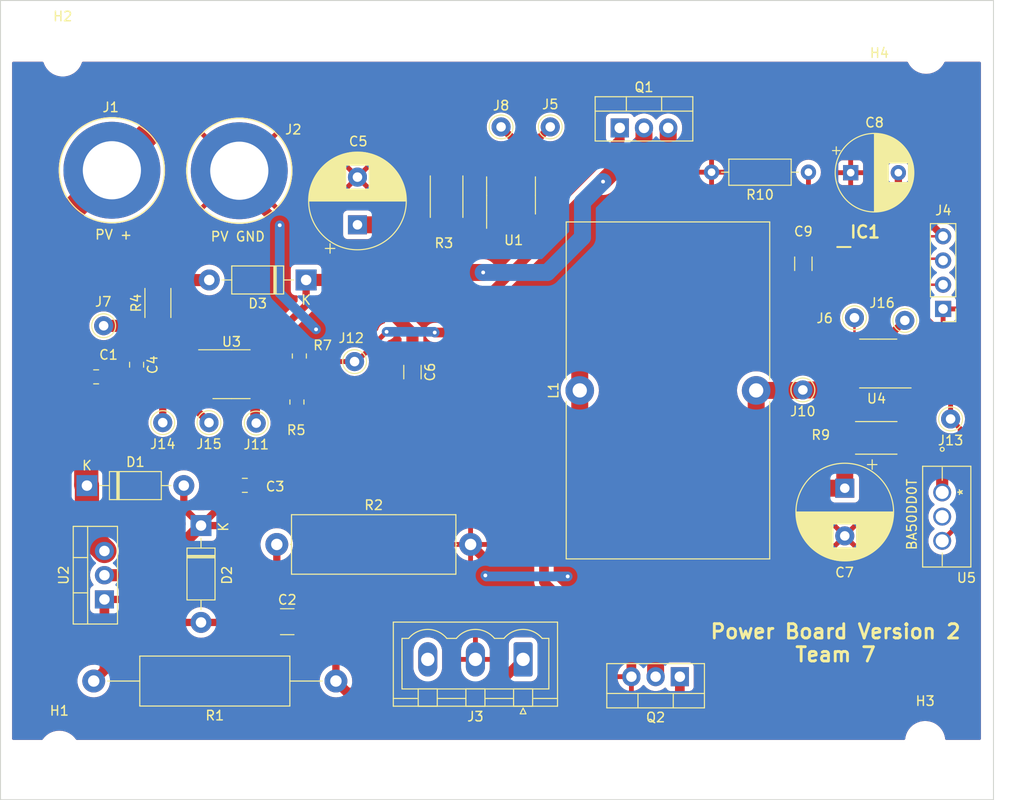
<source format=kicad_pcb>
(kicad_pcb (version 20211014) (generator pcbnew)
  (layers (0 "F.Cu" signal) (31 "B.Cu" signal) (34 "B.Paste" user) (35 "F.Paste" user) (36 "B.SilkS" user "B.Silkscreen") (37 "F.SilkS" user "F.Silkscreen") (38 "B.Mask" user) (39 "F.Mask" user) (44 "Edge.Cuts" user))
  (net 0 "")
  (net 1 "/PV_input")
  (net 2 "GND")
  (net 3 "Net-(C2-Pad1)")
  (net 4 "Net-(C3-Pad1)")
  (net 5 "Net-(C5-Pad1)")
  (net 6 "Net-(C6-Pad1)")
  (net 7 "Net-(C6-Pad2)")
  (net 8 "/E_storage")
  (net 9 "Net-(C8-Pad2)")
  (net 10 "/Batt_out")
  (net 11 "Net-(IC1-Pad6)")
  (net 12 "Net-(IC1-Pad7)")
  (net 13 "Net-(IC1-Pad2)")
  (net 14 "/GATE_DRIVER")
  (net 15 "/GATE_DRIVER2")
  (net 16 "/MCU_5V")
  (net 18 "/PWM_1")
  (net 19 "/PWM_2")
  (net 20 "Net-(L1-Pad1)")
  (net 21 "Net-(C4-Pad1)")
  (net 23 "Net-(J5-Pad1)")
  (net 24 "Net-(J6-Pad1)")
  (net 25 "Net-(R4-Pad2)")
  (net 26 "/MCU_5V_2")
  (net 27 "Net-(R9-Pad2)")
  (footprint "Resistor_THT:R_Axial_DIN0207_L6.3mm_D2.5mm_P10.16mm_Horizontal" (layer "F.Cu") (at 136.8552 95.4024 180)
    (fp_text reference "R10" (at 5.08 -2.37) (layer "F.SilkS"))
    (fp_text value "20k")
    (pad "1" thru_hole circle (at 0 0 180) (size 1.6 1.6) (drill 0.8) (layers *.Cu *.Mask) (net 13 "Net-(IC1-Pad2)"))
    (pad "2" thru_hole oval (at 10.16 0 180) (size 1.6 1.6) (drill 0.8) (layers *.Cu *.Mask) (net 2 "GND"))
  )
  (footprint "Capacitor_SMD:C_1206_3216Metric_Pad1.33x1.80mm_HandSolder" (layer "F.Cu") (at 136.3218 105.0036 -90)
    (fp_text reference "C9" (at -3.3782 0) (layer "F.SilkS"))
    (fp_text value "0.1uF")
    (pad "1" smd roundrect (at -1.5625 0 270) (size 1.325 1.8) (layers "F.Cu" "F.Paste" "F.Mask") (roundrect_rratio 0.188679) (net 10 "/Batt_out"))
    (pad "2" smd roundrect (at 1.5625 0 270) (size 1.325 1.8) (layers "F.Cu" "F.Paste" "F.Mask") (roundrect_rratio 0.188679) (net 2 "GND"))
  )
  (footprint "Resistor_SMD:R_2512_6332Metric_Pad1.40x3.35mm_HandSolder" (layer "F.Cu") (at 143.9672 123.2662)
    (fp_text reference "R9" (at -5.8166 -0.3048) (layer "F.SilkS"))
    (fp_text value "1.5m")
    (pad "1" smd roundrect (at -3.05 0) (size 1.4 3.35) (layers "F.Cu" "F.Paste" "F.Mask") (roundrect_rratio 0.178571) (net 8 "/E_storage"))
    (pad "2" smd roundrect (at 3.05 0) (size 1.4 3.35) (layers "F.Cu" "F.Paste" "F.Mask") (roundrect_rratio 0.178571) (net 27 "Net-(R9-Pad2)"))
  )
  (footprint "Capacitor_SMD:C_0805_2012Metric_Pad1.18x1.45mm_HandSolder" (layer "F.Cu") (at 66.3956 115.5954 -90)
    (fp_text reference "C4" (at 0 -1.68 -90) (layer "F.SilkS"))
    (fp_text value "1u")
    (pad "1" smd roundrect (at -1.0375 0 270) (size 1.175 1.45) (layers "F.Cu" "F.Paste" "F.Mask") (roundrect_rratio 0.212766) (net 21 "Net-(C4-Pad1)"))
    (pad "2" smd roundrect (at 1.0375 0 270) (size 1.175 1.45) (layers "F.Cu" "F.Paste" "F.Mask") (roundrect_rratio 0.212766) (net 2 "GND"))
  )
  (footprint "BA50DD0T-ND:BA50DD0T" (layer "F.Cu") (at 150.883899 128.9862 -90)
    (fp_text reference "U5" (at 8.9612 -2.54) (layer "F.SilkS"))
    (fp_text value "BA50DD0T" (at 2.3064 3.182899 90) (layer "F.SilkS"))
    (fp_text user "*" (at -0.0304 -2.201901 90) (layer "F.SilkS"))
    (pad "1" thru_hole circle (at 0 0 270) (size 1.8796 1.8796) (drill 1.3716) (layers *.Cu *.Mask) (net 27 "Net-(R9-Pad2)"))
    (pad "2" thru_hole circle (at 2.54 0 270) (size 1.8796 1.8796) (drill 1.3716) (layers *.Cu *.Mask))
    (pad "3" thru_hole circle (at 5.08 0 270) (size 1.8796 1.8796) (drill 1.3716) (layers *.Cu *.Mask) (net 10 "/Batt_out"))
  )
  (footprint "Diode_THT:D_DO-41_SOD81_P10.16mm_Horizontal" (layer "F.Cu") (at 73.152 132.461 -90)
    (fp_text reference "D2" (at 5.207 -2.724 90) (layer "F.SilkS"))
    (fp_text value "1N4001")
    (fp_text user "K" (at 0.127 -2.354 90) (layer "F.SilkS"))
    (pad "1" thru_hole rect (at 0 0 270) (size 2.2 2.2) (drill 1.1) (layers *.Cu *.Mask) (net 4 "Net-(C3-Pad1)"))
    (pad "2" thru_hole oval (at 10.16 0 270) (size 2.2 2.2) (drill 1.1) (layers *.Cu *.Mask) (net 3 "Net-(C2-Pad1)"))
  )
  (footprint "Connector:Banana_Jack_1Pin" (layer "F.Cu") (at 63.8048 95.1992)
    (fp_text reference "J1" (at -0.127 -6.604) (layer "F.SilkS"))
    (fp_text value "Conn_01x01_Female")
    (pad "1" thru_hole circle (at 0 0) (size 10.16 10.16) (drill 6.1) (layers *.Cu *.Mask) (net 1 "/PV_input"))
  )
  (footprint "Inductor_THT:L_Toroid_Vertical_L35.1mm_W21.1mm_P18.50mm_Vishay_TJ6" (layer "F.Cu") (at 112.8732 118.2878 90)
    (fp_text reference "L1" (at 0 -2.75 90) (layer "F.SilkS"))
    (fp_text value "L")
    (pad "1" thru_hole circle (at 0 0 90) (size 3 3) (drill 1.5) (layers *.Cu *.Mask) (net 20 "Net-(L1-Pad1)"))
    (pad "2" thru_hole circle (at 0 18.5 90) (size 3 3) (drill 1.5) (layers *.Cu *.Mask) (net 8 "/E_storage"))
  )
  (footprint "Connector_Phoenix_MSTB:PhoenixContact_MSTBVA_2,5_3-G_1x03_P5.00mm_Vertical" (layer "F.Cu") (at 106.9302 146.4959 180)
    (fp_text reference "J3" (at 5 -6) (layer "F.SilkS"))
    (fp_text value "Conn_01x02_Female")
    (pad "1" thru_hole roundrect (at 0 0 180) (size 2 3.6) (drill 1.4) (layers *.Cu *.Mask) (roundrect_rratio 0.125) (net 4 "Net-(C3-Pad1)"))
    (pad "2" thru_hole oval (at 5 0 180) (size 2 3.6) (drill 1.4) (layers *.Cu *.Mask) (net 2 "GND"))
    (pad "3" thru_hole oval (at 10 0 180) (size 2 3.6) (drill 1.4) (layers *.Cu *.Mask))
  )
  (footprint "Connector_Pin:Pin_D1.0mm_L10.0mm" (layer "F.Cu") (at 141.6812 110.6678)
    (fp_text reference "J6" (at -3.1242 0.0508) (layer "F.SilkS"))
    (fp_text value "Conn_01x01_Female")
    (pad "1" thru_hole circle (at 0 0) (size 2 2) (drill 1) (layers *.Cu *.Mask) (net 24 "Net-(J6-Pad1)"))
  )
  (footprint "Resistor_THT:R_Axial_DIN0617_L17.0mm_D6.0mm_P20.32mm_Horizontal" (layer "F.Cu") (at 81.1022 134.4422)
    (fp_text reference "R2" (at 10.16 -4.12) (layer "F.SilkS"))
    (fp_text value "5k")
    (pad "1" thru_hole circle (at 0 0) (size 2.4 2.4) (drill 1.2) (layers *.Cu *.Mask) (net 3 "Net-(C2-Pad1)"))
    (pad "2" thru_hole oval (at 20.32 0) (size 2.4 2.4) (drill 1.2) (layers *.Cu *.Mask) (net 2 "GND"))
  )
  (footprint "Capacitor_SMD:C_1210_3225Metric_Pad1.33x2.70mm_HandSolder" (layer "F.Cu") (at 82.1944 142.5448)
    (fp_text reference "C2" (at 0 -2.3) (layer "F.SilkS"))
    (fp_text value "10u")
    (pad "1" smd roundrect (at -1.5625 0) (size 1.325 2.7) (layers "F.Cu" "F.Paste" "F.Mask") (roundrect_rratio 0.188679) (net 3 "Net-(C2-Pad1)"))
    (pad "2" smd roundrect (at 1.5625 0) (size 1.325 2.7) (layers "F.Cu" "F.Paste" "F.Mask") (roundrect_rratio 0.188679) (net 2 "GND"))
  )
  (footprint "Package_SO:SOIC-8_3.9x4.9mm_P1.27mm" (layer "F.Cu") (at 144.1704 115.4684 180)
    (fp_text reference "U4" (at 0.1778 -3.683) (layer "F.SilkS"))
    (fp_text value "INA240A4D")
    (pad "1" smd roundrect (at -2.475 -1.905 180) (size 1.95 0.6) (layers "F.Cu" "F.Paste" "F.Mask") (net 27 "Net-(R9-Pad2)"))
    (pad "2" smd roundrect (at -2.475 -0.635 180) (size 1.95 0.6) (layers "F.Cu" "F.Paste" "F.Mask") (net 2 "GND"))
    (pad "3" smd roundrect (at -2.475 0.635 180) (size 1.95 0.6) (layers "F.Cu" "F.Paste" "F.Mask") (net 26 "/MCU_5V_2"))
    (pad "4" smd roundrect (at -2.475 1.905 180) (size 1.95 0.6) (layers "F.Cu" "F.Paste" "F.Mask") (net 2 "GND"))
    (pad "5" smd roundrect (at 2.475 1.905 180) (size 1.95 0.6) (layers "F.Cu" "F.Paste" "F.Mask") (net 24 "Net-(J6-Pad1)"))
    (pad "6" smd roundrect (at 2.475 0.635 180) (size 1.95 0.6) (layers "F.Cu" "F.Paste" "F.Mask") (net 26 "/MCU_5V_2"))
    (pad "7" smd roundrect (at 2.475 -0.635 180) (size 1.95 0.6) (layers "F.Cu" "F.Paste" "F.Mask") (net 2 "GND"))
    (pad "8" smd roundrect (at 2.475 -1.905 180) (size 1.95 0.6) (layers "F.Cu" "F.Paste" "F.Mask") (net 8 "/E_storage"))
  )
  (footprint "MountingHole:MountingHole_3.2mm_M3" (layer "F.Cu") (at 149.1996 82.9818)
    (fp_text reference "H4" (at -4.9022 -0.0762) (layer "F.SilkS"))
    (fp_text value "MountingHole")
    (pad "" np_thru_hole circle (at 0 0) (size 3.2 3.2) (drill 3.2) (layers *.Cu *.Mask))
  )
  (footprint "Capacitor_SMD:C_1206_3216Metric_Pad1.33x1.80mm_HandSolder" (layer "F.Cu") (at 95.3262 116.364406 -90)
    (fp_text reference "C6" (at 0 -1.85 -90) (layer "F.SilkS"))
    (fp_text value "0.1u")
    (pad "1" smd roundrect (at -1.5625 0 270) (size 1.325 1.8) (layers "F.Cu" "F.Paste" "F.Mask") (roundrect_rratio 0.188679) (net 6 "Net-(C6-Pad1)"))
    (pad "2" smd roundrect (at 1.5625 0 270) (size 1.325 1.8) (layers "F.Cu" "F.Paste" "F.Mask") (roundrect_rratio 0.188679) (net 7 "Net-(C6-Pad2)"))
  )
  (footprint "Connector_Pin:Pin_D1.0mm_L10.0mm" (layer "F.Cu") (at 89.2556 115.2652)
    (fp_text reference "J12" (at -0.3556 -2.4638) (layer "F.SilkS"))
    (fp_text value "Conn_01x01_Female")
    (pad "1" thru_hole circle (at 0 0) (size 2 2) (drill 1) (layers *.Cu *.Mask) (net 14 "/GATE_DRIVER"))
  )
  (footprint "MountingHole:MountingHole_3.2mm_M3" (layer "F.Cu") (at 58.6486 83.2612)
    (fp_text reference "H2" (at 0 -4.2) (layer "F.SilkS"))
    (fp_text value "MountingHole")
    (pad "" np_thru_hole circle (at 0 0) (size 3.2 3.2) (drill 3.2) (layers *.Cu *.Mask))
  )
  (footprint "Resistor_SMD:R_2010_5025Metric_Pad1.40x2.65mm_HandSolder" (layer "F.Cu") (at 68.6308 109.1184 90)
    (fp_text reference "R4" (at 0 -2.28 90) (layer "F.SilkS"))
    (fp_text value "3")
    (pad "1" smd roundrect (at -2.4 0 90) (size 1.4 2.65) (layers "F.Cu" "F.Paste" "F.Mask") (roundrect_rratio 0.178571) (net 21 "Net-(C4-Pad1)"))
    (pad "2" smd roundrect (at 2.4 0 90) (size 1.4 2.65) (layers "F.Cu" "F.Paste" "F.Mask") (roundrect_rratio 0.178571) (net 25 "Net-(R4-Pad2)"))
  )
  (footprint "Capacitor_THT:CP_Radial_D8.0mm_P5.00mm" (layer "F.Cu") (at 141.285149 95.4532)
    (fp_text reference "C8" (at 2.5 -5.25) (layer "F.SilkS"))
    (fp_text value "22uF")
    (pad "1" thru_hole rect (at 0 0) (size 1.6 1.6) (drill 0.8) (layers *.Cu *.Mask) (net 2 "GND"))
    (pad "2" thru_hole circle (at 5 0) (size 1.6 1.6) (drill 0.8) (layers *.Cu *.Mask) (net 9 "Net-(C8-Pad2)"))
  )
  (footprint "Capacitor_THT:CP_Radial_D10.0mm_P5.00mm" (layer "F.Cu") (at 89.5604 100.919677 90)
    (fp_text reference "C5" (at 8.743077 0.0762) (layer "F.SilkS"))
    (fp_text value "470u")
    (pad "1" thru_hole rect (at 0 0 90) (size 2 2) (drill 1) (layers *.Cu *.Mask) (net 5 "Net-(C5-Pad1)"))
    (pad "2" thru_hole circle (at 5 0 90) (size 2 2) (drill 1) (layers *.Cu *.Mask) (net 2 "GND"))
  )
  (footprint "Connector_Pin:Pin_D1.0mm_L10.0mm" (layer "F.Cu") (at 69.1388 121.666)
    (fp_text reference "J14" (at 0 2.25) (layer "F.SilkS"))
    (fp_text value "Conn_01x01_Female")
    (pad "1" thru_hole circle (at 0 0) (size 2 2) (drill 1) (layers *.Cu *.Mask) (net 18 "/PWM_1"))
  )
  (footprint "Package_SO:SOIC-8_3.9x4.9mm_P1.27mm" (layer "F.Cu") (at 105.664 97.8408 90)
    (fp_text reference "U1" (at -4.699 0.2788) (layer "F.SilkS"))
    (fp_text value "INA240A4D")
    (pad "1" smd roundrect (at -2.475 -1.905 90) (size 1.95 0.6) (layers "F.Cu" "F.Paste" "F.Mask") (net 5 "Net-(C5-Pad1)"))
    (pad "2" smd roundrect (at -2.475 -0.635 90) (size 1.95 0.6) (layers "F.Cu" "F.Paste" "F.Mask") (net 2 "GND"))
    (pad "3" smd roundrect (at -2.475 0.635 90) (size 1.95 0.6) (layers "F.Cu" "F.Paste" "F.Mask") (net 16 "/MCU_5V"))
    (pad "4" smd roundrect (at -2.475 1.905 90) (size 1.95 0.6) (layers "F.Cu" "F.Paste" "F.Mask") (net 2 "GND"))
    (pad "5" smd roundrect (at 2.475 1.905 90) (size 1.95 0.6) (layers "F.Cu" "F.Paste" "F.Mask") (net 23 "Net-(J5-Pad1)"))
    (pad "6" smd roundrect (at 2.475 0.635 90) (size 1.95 0.6) (layers "F.Cu" "F.Paste" "F.Mask") (net 16 "/MCU_5V"))
    (pad "7" smd roundrect (at 2.475 -0.635 90) (size 1.95 0.6) (layers "F.Cu" "F.Paste" "F.Mask") (net 2 "GND"))
    (pad "8" smd roundrect (at 2.475 -1.905 90) (size 1.95 0.6) (layers "F.Cu" "F.Paste" "F.Mask") (net 1 "/PV_input"))
  )
  (footprint "Connector:Banana_Jack_1Pin" (layer "F.Cu") (at 77.1652 95.25)
    (fp_text reference "J2" (at 5.6642 -4.318) (layer "F.SilkS"))
    (fp_text value "Conn_01x01_Female")
    (pad "1" thru_hole circle (at 0 0) (size 10.16 10.16) (drill 6.1) (layers *.Cu *.Mask) (net 2 "GND"))
  )
  (footprint "Connector_PinHeader_2.54mm:PinHeader_1x04_P2.54mm_Vertical" (layer "F.Cu") (at 150.9776 109.7434 180)
    (fp_text reference "J4" (at -0.0254 10.3278) (layer "F.SilkS"))
    (fp_text value "Conn_01x04_Male")
    (pad "1" thru_hole rect (at 0 0 180) (size 1.7 1.7) (drill 1) (layers *.Cu *.Mask) (net 2 "GND"))
    (pad "2" thru_hole oval (at 0 2.54 180) (size 1.7 1.7) (drill 1) (layers *.Cu *.Mask) (net 11 "Net-(IC1-Pad6)"))
    (pad "3" thru_hole oval (at 0 5.08 180) (size 1.7 1.7) (drill 1) (layers *.Cu *.Mask) (net 12 "Net-(IC1-Pad7)"))
    (pad "4" thru_hole oval (at 0 7.62 180) (size 1.7 1.7) (drill 1) (layers *.Cu *.Mask) (net 9 "Net-(C8-Pad2)"))
  )
  (footprint "Resistor_THT:R_Axial_DIN0516_L15.5mm_D5.0mm_P25.40mm_Horizontal" (layer "F.Cu") (at 87.2998 148.7678 180)
    (fp_text reference "R1" (at 12.7 -3.62 180) (layer "F.SilkS"))
    (fp_text value "1k")
    (pad "1" thru_hole circle (at 0 0 180) (size 2.4 2.4) (drill 1.2) (layers *.Cu *.Mask) (net 4 "Net-(C3-Pad1)"))
    (pad "2" thru_hole oval (at 25.4 0 180) (size 2.4 2.4) (drill 1.2) (layers *.Cu *.Mask) (net 3 "Net-(C2-Pad1)"))
  )
  (footprint "MountingHole:MountingHole_3.2mm_M3" (layer "F.Cu") (at 149.098 155.067)
    (fp_text reference "H3" (at 0 -4.2) (layer "F.SilkS"))
    (fp_text value "MountingHole")
    (pad "" np_thru_hole circle (at 0 0) (size 3.2 3.2) (drill 3.2) (layers *.Cu *.Mask))
  )
  (footprint "Package_SO:SOIC-8_3.9x4.9mm_P1.27mm" (layer "F.Cu") (at 76.353 116.586)
    (fp_text reference "U3" (at 0 -3.4) (layer "F.SilkS"))
    (fp_text value "LM5109BMA")
    (pad "1" smd roundrect (at -2.475 -1.905) (size 1.95 0.6) (layers "F.Cu" "F.Paste" "F.Mask") (net 21 "Net-(C4-Pad1)"))
    (pad "2" smd roundrect (at -2.475 -0.635) (size 1.95 0.6) (layers "F.Cu" "F.Paste" "F.Mask") (net 18 "/PWM_1"))
    (pad "3" smd roundrect (at -2.475 0.635) (size 1.95 0.6) (layers "F.Cu" "F.Paste" "F.Mask") (net 19 "/PWM_2"))
    (pad "4" smd roundrect (at -2.475 1.905) (size 1.95 0.6) (layers "F.Cu" "F.Paste" "F.Mask") (net 2 "GND"))
    (pad "5" smd roundrect (at 2.475 1.905) (size 1.95 0.6) (layers "F.Cu" "F.Paste" "F.Mask") (net 15 "/GATE_DRIVER2"))
    (pad "6" smd roundrect (at 2.475 0.635) (size 1.95 0.6) (layers "F.Cu" "F.Paste" "F.Mask") (net 7 "Net-(C6-Pad2)"))
    (pad "7" smd roundrect (at 2.475 -0.635) (size 1.95 0.6) (layers "F.Cu" "F.Paste" "F.Mask") (net 14 "/GATE_DRIVER"))
    (pad "8" smd roundrect (at 2.475 -1.905) (size 1.95 0.6) (layers "F.Cu" "F.Paste" "F.Mask") (net 6 "Net-(C6-Pad1)"))
  )
  (footprint "Resistor_SMD:R_0805_2012Metric_Pad1.20x1.40mm_HandSolder" (layer "F.Cu") (at 83.211 119.507 -90)
    (fp_text reference "R5" (at 2.9464 0.0768) (layer "F.SilkS"))
    (fp_text value "1k")
    (pad "1" smd roundrect (at -1 0 270) (size 1.2 1.4) (layers "F.Cu" "F.Paste" "F.Mask") (roundrect_rratio 0.2083333333) (net 15 "/GATE_DRIVER2"))
    (pad "2" smd roundrect (at 1 0 270) (size 1.2 1.4) (layers "F.Cu" "F.Paste" "F.Mask") (roundrect_rratio 0.2083333333) (net 2 "GND"))
  )
  (footprint "Resistor_SMD:R_0805_2012Metric_Pad1.20x1.40mm_HandSolder" (layer "F.Cu") (at 83.465 114.681 -90)
    (fp_text reference "R7" (at -1.1176 -2.4378) (layer "F.SilkS"))
    (fp_text value "1k")
    (pad "1" smd roundrect (at -1 0 270) (size 1.2 1.4) (layers "F.Cu" "F.Paste" "F.Mask") (roundrect_rratio 0.2083333333) (net 2 "GND"))
    (pad "2" smd roundrect (at 1 0 270) (size 1.2 1.4) (layers "F.Cu" "F.Paste" "F.Mask") (roundrect_rratio 0.2083333333) (net 14 "/GATE_DRIVER"))
  )
  (footprint "Package_TO_SOT_THT:TO-220-3_Vertical" (layer "F.Cu") (at 63.0226 140.208 90)
    (fp_text reference "U2" (at 2.54 -4.27 90) (layer "F.SilkS"))
    (fp_text value "LM317_TO-220")
    (pad "1" thru_hole rect (at 0 0 90) (size 1.905 2) (drill 1.1) (layers *.Cu *.Mask) (net 3 "Net-(C2-Pad1)"))
    (pad "2" thru_hole oval (at 2.54 0 90) (size 1.905 2) (drill 1.1) (layers *.Cu *.Mask) (net 4 "Net-(C3-Pad1)"))
    (pad "3" thru_hole oval (at 5.08 0 90) (size 1.905 2) (drill 1.1) (layers *.Cu *.Mask) (net 1 "/PV_input"))
  )
  (footprint "Connector_Pin:Pin_D1.0mm_L10.0mm" (layer "F.Cu") (at 136.271 118.237)
    (fp_text reference "J10" (at 0 2.25) (layer "F.SilkS"))
    (fp_text value "Conn_01x01_Female")
    (pad "1" thru_hole circle (at 0 0) (size 2 2) (drill 1) (layers *.Cu *.Mask) (net 8 "/E_storage"))
  )
  (footprint "Capacitor_THT:CP_Radial_D10.0mm_P5.00mm" (layer "F.Cu") (at 140.6652 128.543923 -90)
    (fp_text reference "C7" (at 8.844677 0.0254) (layer "F.SilkS"))
    (fp_text value "470u")
    (pad "1" thru_hole rect (at 0 0 270) (size 2 2) (drill 1) (layers *.Cu *.Mask) (net 8 "/E_storage"))
    (pad "2" thru_hole circle (at 5 0 270) (size 2 2) (drill 1) (layers *.Cu *.Mask) (net 2 "GND"))
  )
  (footprint "Connector_Pin:Pin_D1.0mm_L10.0mm" (layer "F.Cu") (at 104.6226 90.6526)
    (fp_text reference "J8" (at 0 -2.2352) (layer "F.SilkS"))
    (fp_text value "Conn_01x01_Female")
    (pad "1" thru_hole circle (at 0 0) (size 2 2) (drill 1) (layers *.Cu *.Mask) (net 16 "/MCU_5V"))
  )
  (footprint "Package_TO_SOT_THT:TO-220-3_Vertical" (layer "F.Cu") (at 123.3678 148.3106 180)
    (fp_text reference "Q2" (at 2.54 -4.27) (layer "F.SilkS"))
    (fp_text value "IRLB8721PBF")
    (pad "1" thru_hole rect (at 0 0 180) (size 1.905 2) (drill 1.1) (layers *.Cu *.Mask) (net 15 "/GATE_DRIVER2"))
    (pad "2" thru_hole oval (at 2.54 0 180) (size 1.905 2) (drill 1.1) (layers *.Cu *.Mask) (net 20 "Net-(L1-Pad1)"))
    (pad "3" thru_hole oval (at 5.08 0 180) (size 1.905 2) (drill 1.1) (layers *.Cu *.Mask) (net 2 "GND"))
  )
  (footprint "Capacitor_SMD:C_0805_2012Metric_Pad1.18x1.45mm_HandSolder" (layer "F.Cu") (at 77.7494 128.2446)
    (fp_text reference "C3" (at 3.175 0.127) (layer "F.SilkS"))
    (fp_text value "1u")
    (pad "1" smd roundrect (at -1.0375 0) (size 1.175 1.45) (layers "F.Cu" "F.Paste" "F.Mask") (roundrect_rratio 0.2127659574) (net 4 "Net-(C3-Pad1)"))
    (pad "2" smd roundrect (at 1.0375 0) (size 1.175 1.45) (layers "F.Cu" "F.Paste" "F.Mask") (roundrect_rratio 0.2127659574) (net 2 "GND"))
  )
  (footprint "Connector_Pin:Pin_D1.0mm_L10.0mm" (layer "F.Cu") (at 109.7788 90.6526)
    (fp_text reference "J5" (at 0 -2.3622) (layer "F.SilkS"))
    (fp_text value "Conn_01x01_Female")
    (pad "1" thru_hole circle (at 0 0) (size 2 2) (drill 1) (layers *.Cu *.Mask) (net 23 "Net-(J5-Pad1)"))
  )
  (footprint "Connector_Pin:Pin_D1.0mm_L10.0mm" (layer "F.Cu") (at 146.9644 110.9472)
    (fp_text reference "J16" (at -2.3876 -1.8288) (layer "F.SilkS"))
    (fp_text value "Conn_01x01_Female")
    (pad "1" thru_hole circle (at 0 0) (size 2 2) (drill 1) (layers *.Cu *.Mask) (net 26 "/MCU_5V_2"))
  )
  (footprint "Resistor_SMD:R_2512_6332Metric_Pad1.40x3.35mm_HandSolder" (layer "F.Cu") (at 98.9076 97.9678 -90)
    (fp_text reference "R3" (at 4.8768 0.2794 -180) (layer "F.SilkS"))
    (fp_text value "1.5m")
    (pad "1" smd roundrect (at -3.05 0 270) (size 1.4 3.35) (layers "F.Cu" "F.Paste" "F.Mask") (roundrect_rratio 0.178571) (net 1 "/PV_input"))
    (pad "2" smd roundrect (at 3.05 0 270) (size 1.4 3.35) (layers "F.Cu" "F.Paste" "F.Mask") (roundrect_rratio 0.178571) (net 5 "Net-(C5-Pad1)"))
  )
  (footprint "Package_TO_SOT_THT:TO-220-3_Vertical" (layer "F.Cu") (at 117.0686 90.7594)
    (fp_text reference "Q1" (at 2.54 -4.27) (layer "F.SilkS"))
    (fp_text value "IRLB8721PBF")
    (pad "1" thru_hole rect (at 0 0) (size 1.905 2) (drill 1.1) (layers *.Cu *.Mask) (net 14 "/GATE_DRIVER"))
    (pad "2" thru_hole oval (at 2.54 0) (size 1.905 2) (drill 1.1) (layers *.Cu *.Mask) (net 5 "Net-(C5-Pad1)"))
    (pad "3" thru_hole oval (at 5.08 0) (size 1.905 2) (drill 1.1) (layers *.Cu *.Mask) (net 20 "Net-(L1-Pad1)"))
  )
  (footprint "SamacSys_Parts:SOP65P490X110-9N" (layer "F.Cu") (at 142.7734 104.8004)
    (fp_text reference "IC1" (at 0.0254 -3.1242) (layer "F.SilkS") (effects (font (size 1.27 1.27) (thickness 0.254))))
    (fp_text value "TPS2511QDGNQ1" hide)
    (pad "1" smd rect locked (at -2.2 -0.975 90) (size 0.45 1.4) (layers "F.Cu" "F.Paste" "F.Mask") (net 2 "GND"))
    (pad "2" smd rect locked (at -2.2 -0.325 90) (size 0.45 1.4) (layers "F.Cu" "F.Paste" "F.Mask") (net 13 "Net-(IC1-Pad2)"))
    (pad "3" smd rect locked (at -2.2 0.325 90) (size 0.45 1.4) (layers "F.Cu" "F.Paste" "F.Mask") (net 10 "/Batt_out"))
    (pad "4" smd rect locked (at -2.2 0.975 90) (size 0.45 1.4) (layers "F.Cu" "F.Paste" "F.Mask"))
    (pad "5" smd rect locked (at 2.2 0.975 90) (size 0.45 1.4) (layers "F.Cu" "F.Paste" "F.Mask"))
    (pad "6" smd rect locked (at 2.2 0.325 90) (size 0.45 1.4) (layers "F.Cu" "F.Paste" "F.Mask") (net 11 "Net-(IC1-Pad6)"))
    (pad "7" smd rect locked (at 2.2 -0.325 90) (size 0.45 1.4) (layers "F.Cu" "F.Paste" "F.Mask") (net 12 "Net-(IC1-Pad7)"))
    (pad "8" smd rect locked (at 2.2 -0.975 90) (size 0.45 1.4) (layers "F.Cu" "F.Paste" "F.Mask") (net 9 "Net-(C8-Pad2)"))
    (pad "9" smd rect locked (at 0 0 90) (size 1.51 1.65) (layers "F.Cu" "F.Paste" "F.Mask") (net 2 "GND"))
  )
  (footprint "MountingHole:MountingHole_3.2mm_M3" (layer "F.Cu") (at 58.293 156.083)
    (fp_text reference "H1" (at 0 -4.2) (layer "F.SilkS"))
    (fp_text value "MountingHole")
    (pad "" np_thru_hole circle (at 0 0) (size 3.2 3.2) (drill 3.2) (layers *.Cu *.Mask))
  )
  (footprint "Connector_Pin:Pin_D1.0mm_L10.0mm" (layer "F.Cu") (at 73.9902 121.666)
    (fp_text reference "J15" (at 0 2.25) (layer "F.SilkS"))
    (fp_text value "Conn_01x01_Female")
    (pad "1" thru_hole circle (at 0 0) (size 2 2) (drill 1) (layers *.Cu *.Mask) (net 19 "/PWM_2"))
  )
  (footprint "Connector_Pin:Pin_D1.0mm_L10.0mm" (layer "F.Cu") (at 151.765 121.285)
    (fp_text reference "J13" (at 0 2.25) (layer "F.SilkS"))
    (fp_text value "Conn_01x01_Female")
    (pad "1" thru_hole circle (at 0 0) (size 2 2) (drill 1) (layers *.Cu *.Mask) (net 10 "/Batt_out"))
  )
  (footprint "Diode_THT:D_DO-41_SOD81_P10.16mm_Horizontal" (layer "F.Cu") (at 61.1886 128.27)
    (fp_text reference "D1" (at 5.08 -2.47) (layer "F.SilkS"))
    (fp_text value "1N4001")
    (fp_text user "K" (at 0 -2.1) (layer "F.SilkS"))
    (pad "1" thru_hole rect (at 0 0) (size 2.2 2.2) (drill 1.1) (layers *.Cu *.Mask) (net 1 "/PV_input"))
    (pad "2" thru_hole oval (at 10.16 0) (size 2.2 2.2) (drill 1.1) (layers *.Cu *.Mask) (net 4 "Net-(C3-Pad1)"))
  )
  (footprint "Diode_THT:D_DO-41_SOD81_P10.16mm_Horizontal" (layer "F.Cu") (at 84.1756 106.7054 180)
    (fp_text reference "D3" (at 5.08 -2.47 180) (layer "F.SilkS"))
    (fp_text value "1N4002")
    (fp_text user "K" (at 0 -2.1 180) (layer "F.SilkS"))
    (pad "1" thru_hole rect (at 0 0 180) (size 2.2 2.2) (drill 1.1) (layers *.Cu *.Mask) (net 6 "Net-(C6-Pad1)"))
    (pad "2" thru_hole oval (at 10.16 0 180) (size 2.2 2.2) (drill 1.1) (layers *.Cu *.Mask) (net 25 "Net-(R4-Pad2)"))
  )
  (footprint "Capacitor_SMD:C_0805_2012Metric_Pad1.18x1.45mm_HandSolder" (layer "F.Cu") (at 62.1538 116.8654)
    (fp_text reference "C1" (at 1.2954 -2.3114) (layer "F.SilkS"))
    (fp_text value "1u")
    (pad "1" smd roundrect (at -1.0375 0) (size 1.175 1.45) (layers "F.Cu" "F.Paste" "F.Mask") (roundrect_rratio 0.2127659574) (net 1 "/PV_input"))
    (pad "2" smd roundrect (at 1.0375 0) (size 1.175 1.45) (layers "F.Cu" "F.Paste" "F.Mask") (roundrect_rratio 0.2127659574) (net 2 "GND"))
  )
  (footprint "Connector_Pin:Pin_D1.0mm_L10.0mm" (layer "F.Cu") (at 78.9432 121.7168)
    (fp_text reference "J11" (at 0 2.25) (layer "F.SilkS"))
    (fp_text value "Conn_01x01_Female")
    (pad "1" thru_hole circle (at 0 0) (size 2 2) (drill 1) (layers *.Cu *.Mask) (net 15 "/GATE_DRIVER2"))
  )
  (footprint "Connector_Pin:Pin_D1.0mm_L10.0mm" (layer "F.Cu") (at 62.9412 111.506)
    (fp_text reference "J7" (at -0.0508 -2.5146) (layer "F.SilkS"))
    (fp_text value "Conn_01x01_Female")
    (pad "1" thru_hole circle (at 0 0) (size 2 2) (drill 1) (layers *.Cu *.Mask) (net 21 "Net-(C4-Pad1)"))
  )
  (gr_rect (start 52.1208 77.3938) (end 156.2608 161.2138) (layer "Edge.Cuts") (width 0.1) (fill none))
  (gr_text "Power Board Version 2\nTeam 7" (at 139.7 144.78) (layer "F.SilkS") (effects (font (size 1.5 1.5) (thickness 0.3))))
  (gr_text "PV +\n" (at 63.9826 101.9556) (layer "F.SilkS") (effects (font (size 1 1))))
  (gr_text "PV GND" (at 77.0128 102.1588) (layer "F.SilkS") (effects (font (size 1 1))))
  (segment (start 103.759 95.3658) (end 99.3556 95.3658) (width 1.27) (layer "F.Cu") (net 1))
  (segment (start 61.1163 116.8654) (end 61.1163 128.1977) (width 2.54) (layer "F.Cu") (net 1))
  (segment (start 61.1886 133.294) (end 63.0226 135.128) (width 2.54) (layer "F.Cu") (net 1))
  (segment (start 61.1886 128.27) (end 61.1886 133.294) (width 2.54) (layer "F.Cu") (net 1))
  (segment (start 58.166 100.838) (end 63.8048 95.1992) (width 2.54) (layer "F.Cu") (net 1))
  (segment (start 72.1106 86.8934) (end 63.8048 95.1992) (width 2.54) (layer "F.Cu") (net 1))
  (segment (start 57.9882 113.7373) (end 61.1163 116.8654) (width 2.54) (layer "F.Cu") (net 1))
  (segment (start 72.1106 86.7156) (end 72.1106 86.8934) (width 2.54) (layer "F.Cu") (net 1))
  (segment (start 61.1163 128.1977) (end 61.1886 128.27) (width 2.54) (layer "F.Cu") (net 1))
  (segment (start 90.7054 86.7156) (end 98.9076 94.9178) (width 2.54) (layer "F.Cu") (net 1))
  (segment (start 72.1106 86.7156) (end 90.7054 86.7156) (width 2.54) (layer "F.Cu") (net 1))
  (segment (start 57.9882 100.838) (end 57.9882 113.7373) (width 2.54) (layer "F.Cu") (net 1))
  (segment (start 99.3556 95.3658) (end 98.9076 94.9178) (width 1.27) (layer "F.Cu") (net 1))
  (segment (start 57.9882 100.838) (end 58.166 100.838) (width 2.54) (layer "F.Cu") (net 1))
  (segment (start 118.2878 148.3106) (end 118.2878 144.4752) (width 1.016) (layer "F.Cu") (net 2))
  (segment (start 102.9716 137.6934) (end 102.9716 135.9916) (width 1.016) (layer "F.Cu") (net 2))
  (segment (start 81.407 100.965) (end 77.1652 96.7232) (width 1.016) (layer "F.Cu") (net 2))
  (segment (start 83.465 113.681) (end 83.465 113.639) (width 0.254) (layer "F.Cu") (net 2))
  (segment (start 102.9716 135.9916) (end 101.4222 134.4422) (width 1.016) (layer "F.Cu") (net 2))
  (segment (start 77.1652 96.7232) (end 77.1652 95.25) (width 0.254) (layer "F.Cu") (net 2))
  (segment (start 83.465 113.639) (end 85.217 111.887) (width 0.254) (layer "F.Cu") (net 2))
  (segment (start 118.2878 144.4752) (end 111.6076 137.795) (width 1.016) (layer "F.Cu") (net 2))
  (via (at 102.9716 137.6934) (size 0.8) (drill 0.4) (layers "F.Cu" "B.Cu") (net 2))
  (via (at 81.407 100.965) (size 0.8) (drill 0.4) (layers "F.Cu" "B.Cu") (net 2))
  (via (at 111.6076 137.795) (size 0.8) (drill 0.4) (layers "F.Cu" "B.Cu") (net 2))
  (via (at 85.217 111.887) (size 0.8) (drill 0.4) (layers "F.Cu" "B.Cu") (net 2))
  (segment (start 103.0732 137.795) (end 102.9716 137.6934) (width 1.016) (layer "B.Cu") (net 2))
  (segment (start 111.6076 137.795) (end 103.0732 137.795) (width 1.016) (layer "B.Cu") (net 2))
  (segment (start 85.217 111.887) (end 81.407 108.077) (width 1.016) (layer "B.Cu") (net 2))
  (segment (start 81.407 108.077) (end 81.407 100.965) (width 1.016) (layer "B.Cu") (net 2))
  (segment (start 81.1022 134.4422) (end 81.1022 142.0745) (width 0.762) (layer "F.Cu") (net 3))
  (segment (start 63.0226 140.208) (end 66.9036 140.208) (width 0.762) (layer "F.Cu") (net 3))
  (segment (start 73.152 142.621) (end 80.5557 142.621) (width 0.762) (layer "F.Cu") (net 3))
  (segment (start 69.3166 142.621) (end 73.152 142.621) (width 0.762) (layer "F.Cu") (net 3))
  (segment (start 63.022607 140.208) (end 63.022607 147.644993) (width 1.016) (layer "F.Cu") (net 3))
  (segment (start 66.9036 140.208) (end 69.3166 142.621) (width 0.762) (layer "F.Cu") (net 3))
  (segment (start 81.1022 142.0745) (end 80.6319 142.5448) (width 0.762) (layer "F.Cu") (net 3))
  (segment (start 63.022607 147.644993) (end 61.8998 148.7678) (width 1.016) (layer "F.Cu") (net 3))
  (segment (start 80.5557 142.621) (end 80.6319 142.5448) (width 0.762) (layer "F.Cu") (net 3))
  (segment (start 71.3486 130.6576) (end 73.152 132.461) (width 0.762) (layer "F.Cu") (net 4))
  (segment (start 83.058 130.683) (end 87.2998 134.9248) (width 0.762) (layer "F.Cu") (net 4))
  (segment (start 87.2998 134.9248) (end 87.2998 148.7678) (width 0.762) (layer "F.Cu") (net 4))
  (segment (start 76.7119 128.9011) (end 73.152 132.461) (width 0.762) (layer "F.Cu") (net 4))
  (segment (start 73.152 132.461) (end 78.359 132.461) (width 0.762) (layer "F.Cu") (net 4))
  (segment (start 103.4583 149.9678) (end 106.9302 146.4959) (width 1.016) (layer "F.Cu") (net 4))
  (segment (start 88.4998 149.9678) (end 103.4583 149.9678) (width 1.016) (layer "F.Cu") (net 4))
  (segment (start 63.0226 137.668) (end 67.945 137.668) (width 1.27) (layer "F.Cu") (net 4))
  (segment (start 71.3486 128.27) (end 71.3486 130.6576) (width 0.762) (layer "F.Cu") (net 4))
  (segment (start 67.945 137.668) (end 73.152 132.461) (width 1.27) (layer "F.Cu") (net 4))
  (segment (start 78.359 132.461) (end 80.137 130.683) (width 0.762) (layer "F.Cu") (net 4))
  (segment (start 76.7119 128.2446) (end 76.7119 128.9011) (width 0.762) (layer "F.Cu") (net 4))
  (segment (start 80.137 130.683) (end 83.058 130.683) (width 0.762) (layer "F.Cu") (net 4))
  (segment (start 87.2998 148.7678) (end 88.4998 149.9678) (width 1.016) (layer "F.Cu") (net 4))
  (segment (start 95.966677 100.919677) (end 95.966677 103.967677) (width 1.778) (layer "F.Cu") (net 5))
  (segment (start 95.966677 100.919677) (end 98.809477 100.919677) (width 1.778) (layer "F.Cu") (net 5))
  (segment (start 99.6096 100.3158) (end 98.9076 101.0178) (width 0.762) (layer "F.Cu") (net 5))
  (segment (start 97.79 105.791) (end 97.917 105.918) (width 1.778) (layer "F.Cu") (net 5))
  (segment (start 119.6086 92.1004) (end 119.6086 90.7594) (width 1.778) (layer "F.Cu") (net 5))
  (segment (start 98.809477 100.919677) (end 98.9076 101.0178) (width 1.778) (layer "F.Cu") (net 5))
  (segment (start 95.966677 103.967677) (end 97.79 105.791) (width 1.778) (layer "F.Cu") (net 5))
  (segment (start 89.5604 100.919677) (end 95.966677 100.919677) (width 1.778) (layer "F.Cu") (net 5))
  (segment (start 115.316 96.393) (end 119.6086 92.1004) (width 1.778) (layer "F.Cu") (net 5))
  (segment (start 97.917 105.918) (end 102.743 105.918) (width 1.778) (layer "F.Cu") (net 5))
  (segment (start 103.759 100.3158) (end 99.6096 100.3158) (width 0.762) (layer "F.Cu") (net 5))
  (via (at 115.316 96.393) (size 0.8) (drill 0.4) (layers "F.Cu" "B.Cu") (net 5))
  (via (at 102.743 105.918) (size 0.8) (drill 0.4) (layers "F.Cu" "B.Cu") (net 5))
  (segment (start 113.157 98.552) (end 115.316 96.393) (width 1.778) (layer "B.Cu") (net 5))
  (segment (start 113.157 102.235) (end 113.157 98.552) (width 1.778) (layer "B.Cu") (net 5))
  (segment (start 102.743 105.918) (end 109.474 105.918) (width 1.778) (layer "B.Cu") (net 5))
  (segment (start 109.474 105.918) (end 113.157 102.235) (width 1.778) (layer "B.Cu") (net 5))
  (segment (start 84.1756 106.7054) (end 89.6874 106.7054) (width 1.27) (layer "F.Cu") (net 6))
  (segment (start 78.828 114.681) (end 78.828011 114.681) (width 0.762) (layer "F.Cu") (net 6))
  (segment (start 89.6874 106.7054) (end 95.3262 112.3442) (width 1.27) (layer "F.Cu") (net 6))
  (segment (start 84.1756 106.7054) (end 84.1756 109.333411) (width 0.762) (layer "F.Cu") (net 6))
  (segment (start 78.828011 114.681) (end 84.1756 109.333411) (width 0.762) (layer "F.Cu") (net 6))
  (segment (start 95.3262 112.3442) (end 95.3262 114.801906) (width 1.27) (layer "F.Cu") (net 6))
  (segment (start 86.79568 117.19948) (end 89.9668 120.3706) (width 1.016) (layer "F.Cu") (net 7))
  (segment (start 78.849525 117.199486) (end 86.795686 117.199486) (width 0.508) (layer "F.Cu") (net 7))
  (segment (start 89.9668 120.3706) (end 93.9292 120.3706) (width 1.016) (layer "F.Cu") (net 7))
  (segment (start 93.9292 120.3706) (end 93.9292 120.261406) (width 1.016) (layer "F.Cu") (net 7))
  (segment (start 93.9292 120.261406) (end 95.3262 118.864406) (width 1.016) (layer "F.Cu") (net 7))
  (segment (start 131.3732 118.2878) (end 136.2202 118.2878) (width 1.778) (layer "F.Cu") (net 8))
  (segment (start 131.3732 118.2878) (end 131.3732 120.7814) (width 1.778) (layer "F.Cu") (net 8))
  (segment (start 140.6652 128.543923) (end 140.6652 123.5182) (width 1.778) (layer "F.Cu") (net 8))
  (segment (start 136.0424 125.4506) (end 136.0424 127.381) (width 1.778) (layer "F.Cu") (net 8))
  (segment (start 136.271 118.237) (end 140.95032 118.237) (width 1.778) (layer "F.Cu") (net 8))
  (segment (start 137.205323 128.543923) (end 140.6652 128.543923) (width 1.778) (layer "F.Cu") (net 8))
  (segment (start 140.95032 118.237) (end 141.6954 117.49192) (width 1.778) (layer "F.Cu") (net 8))
  (segment (start 136.2202 118.2878) (end 136.271 118.237) (width 1.778) (layer "F.Cu") (net 8))
  (segment (start 131.3732 120.7814) (end 136.0424 125.4506) (width 1.778) (layer "F.Cu") (net 8))
  (segment (start 140.6652 123.5182) (end 140.9172 123.2662) (width 1.778) (layer "F.Cu") (net 8))
  (segment (start 136.0424 127.381) (end 137.205323 128.543923) (width 1.778) (layer "F.Cu") (net 8))
  (segment (start 144.973396 103.825396) (end 147.177404 103.825396) (width 0.254) (layer "F.Cu") (net 9))
  (segment (start 146.285149 97.430949) (end 150.9776 102.1234) (width 0.762) (layer "F.Cu") (net 9))
  (segment (start 148.879408 102.123392) (end 150.9776 102.123392) (width 0.254) (layer "F.Cu") (net 9))
  (segment (start 147.177404 103.825396) (end 148.879408 102.123392) (width 0.254) (layer "F.Cu") (net 9))
  (segment (start 146.285149 95.4532) (end 146.285149 97.430949) (width 0.762) (layer "F.Cu") (net 9))
  (segment (start 138.0061 105.1254) (end 136.3218 103.4411) (width 0.508) (layer "F.Cu") (net 10))
  (segment (start 138.7856 106.8832) (end 138.7856 105.819622) (width 0.508) (layer "F.Cu") (net 10))
  (segment (start 147.6756 107.9246) (end 139.827 107.9246) (width 0.508) (layer "F.Cu") (net 10))
  (segment (start 139.827 107.9246) (end 138.7856 106.8832) (width 0.508) (layer "F.Cu") (net 10))
  (segment (start 152.765 122.285) (end 152.765 132.185099) (width 0.508) (layer "F.Cu") (net 10))
  (segment (start 148.7932 109.0422) (end 147.6756 107.9246) (width 0.508) (layer "F.Cu") (net 10))
  (segment (start 140.573404 105.125393) (end 138.780393 105.125393) (width 0.254) (layer "F.Cu") (net 10))
  (segment (start 138.7804 105.1254) (end 138.0061 105.1254) (width 0.508) (layer "F.Cu") (net 10))
  (segment (start 148.7932 110.236) (end 148.7932 109.0422) (width 0.508) (layer "F.Cu") (net 10))
  (segment (start 151.765 113.2078) (end 148.7932 110.236) (width 0.508) (layer "F.Cu") (net 10))
  (segment (start 138.7804 105.814422) (end 138.7804 105.1254) (width 0.508) (layer "F.Cu") (net 10))
  (segment (start 151.765 121.285) (end 151.765 113.2078) (width 0.508) (layer "F.Cu") (net 10))
  (segment (start 138.7856 105.819622) (end 138.7804 105.814422) (width 0.508) (layer "F.Cu") (net 10))
  (segment (start 152.765 132.185099) (end 150.883899 134.0662) (width 0.508) (layer "F.Cu") (net 10))
  (segment (start 151.765 121.285) (end 152.765 122.285) (width 0.508) (layer "F.Cu") (net 10))
  (segment (start 145.994 105.1254) (end 148.072 107.2034) (width 0.254) (layer "F.Cu") (net 11))
  (segment (start 148.072 107.2034) (end 150.9776 107.2034) (width 0.254) (layer "F.Cu") (net 11))
  (segment (start 144.9734 105.1254) (end 145.994 105.1254) (width 0.254) (layer "F.Cu") (net 11))
  (segment (start 144.9734 104.4754) (end 150.7896 104.4754) (width 0.254) (layer "F.Cu") (net 12))
  (segment (start 150.7896 104.4754) (end 150.9776 104.6634) (width 0.254) (layer "F.Cu") (net 12))
  (segment (start 136.8552 99.2124) (end 138.3792 100.7364) (width 0.508) (layer "F.Cu") (net 13))
  (segment (start 138.3792 103.2256) (end 139.629007 104.475407) (width 0.254) (layer "F.Cu") (net 13))
  (segment (start 136.8552 95.4024) (end 136.8552 99.2124) (width 0.508) (layer "F.Cu") (net 13))
  (segment (start 138.3792 100.7364) (end 138.3792 103.2256) (width 0.508) (layer "F.Cu") (net 13))
  (segment (start 139.629007 104.475407) (end 140.573404 104.475407) (width 0.254) (layer "F.Cu") (net 13))
  (segment (start 99.3902 112.2172) (end 110.0328 101.5746) (width 1.016) (layer "F.Cu") (net 14))
  (segment (start 117.0686 92.0242) (end 117.0686 90.7594) (width 1.016) (layer "F.Cu") (net 14))
  (segment (start 83.465 115.681) (end 79.098 115.681) (width 0.508) (layer "F.Cu") (net 14))
  (segment (start 110.0328 101.5746) (end 110.0328 99.06) (width 1.016) (layer "F.Cu") (net 14))
  (segment (start 83.465 115.681) (end 83.8808 115.2652) (width 0.508) (layer "F.Cu") (net 14))
  (segment (start 83.8808 115.2652) (end 89.2556 115.2652) (width 0.508) (layer "F.Cu") (net 14))
  (segment (start 110.0328 99.06) (end 117.0686 92.0242) (width 1.016) (layer "F.Cu") (net 14))
  (segment (start 97.663 112.2172) (end 99.3902 112.2172) (width 1.016) (layer "F.Cu") (net 14))
  (segment (start 89.48788 115.2652) (end 92.61208 112.141) (width 0.508) (layer "F.Cu") (net 14))
  (segment (start 89.2556 115.2652) (end 89.48788 115.2652) (width 0.508) (layer "F.Cu") (net 14))
  (segment (start 79.098 115.681) (end 78.828 115.951) (width 0.508) (layer "F.Cu") (net 14))
  (via (at 92.61208 112.141) (size 0.8) (drill 0.4) (layers "F.Cu" "B.Cu") (net 14))
  (via (at 97.663 112.2172) (size 0.8) (drill 0.4) (layers "F.Cu" "B.Cu") (net 14))
  (segment (start 92.61208 112.141) (end 97.5868 112.141) (width 1.016) (layer "B.Cu") (net 14))
  (segment (start 97.5868 112.141) (end 97.663 112.2172) (width 1.016) (layer "B.Cu") (net 14))
  (segment (start 116.84 151.511) (end 122.555 151.511) (width 1.016) (layer "F.Cu") (net 15))
  (segment (start 103.759 129.8956) (end 109.1184 135.255) (width 1.016) (layer "F.Cu") (net 15))
  (segment (start 123.3678 150.6982) (end 123.3678 148.3106) (width 1.016) (layer "F.Cu") (net 15))
  (segment (start 122.555 151.511) (end 123.3678 150.6982) (width 1.016) (layer "F.Cu") (net 15))
  (segment (start 96.393 129.8956) (end 103.759 129.8956) (width 1.016) (layer "F.Cu") (net 15))
  (segment (start 83.195 118.491) (end 83.211 118.507) (width 1.016) (layer "F.Cu") (net 15))
  (segment (start 78.828 118.491) (end 83.195 118.491) (width 1.016) (layer "F.Cu") (net 15))
  (segment (start 78.828 118.491) (end 78.828 121.6016) (width 1.016) (layer "F.Cu") (net 15))
  (segment (start 85.0044 118.507) (end 96.393 129.8956) (width 1.016) (layer "F.Cu") (net 15))
  (segment (start 109.1184 135.255) (end 109.1184 138.3792) (width 1.016) (layer "F.Cu") (net 15))
  (segment (start 109.1184 138.3792) (end 115.443 144.7038) (width 1.016) (layer "F.Cu") (net 15))
  (segment (start 83.211 118.507) (end 85.0044 118.507) (width 1.016) (layer "F.Cu") (net 15))
  (segment (start 115.443 144.7038) (end 115.443 150.114) (width 1.016) (layer "F.Cu") (net 15))
  (segment (start 78.828 121.6016) (end 78.9432 121.7168) (width 1.016) (layer "F.Cu") (net 15))
  (segment (start 115.443 150.114) (end 116.84 151.511) (width 1.016) (layer "F.Cu") (net 15))
  (segment (start 106.299 95.3658) (end 106.299 100.3158) (width 0.762) (layer "F.Cu") (net 16))
  (segment (start 104.6226 90.6526) (end 106.299 92.329) (width 0.762) (layer "F.Cu") (net 16))
  (segment (start 106.299 92.329) (end 106.299 95.3658) (width 0.762) (layer "F.Cu") (net 16))
  (segment (start 69.1388 117.1956) (end 70.3834 115.951) (width 0.762) (layer "F.Cu") (net 18))
  (segment (start 69.1388 121.666) (end 69.1388 117.1956) (width 0.762) (layer "F.Cu") (net 18))
  (segment (start 70.3834 115.951) (end 73.878 115.951) (width 0.762) (layer "F.Cu") (net 18))
  (segment (start 72.5424 120.2182) (end 73.9902 121.666) (width 0.762) (layer "F.Cu") (net 19))
  (segment (start 73.878 117.221) (end 71.7042 117.221) (width 0.762) (layer "F.Cu") (net 19))
  (segment (start 71.7042 117.221) (end 71.2978 117.6274) (width 0.762) (layer "F.Cu") (net 19))
  (segment (start 71.2978 120.2182) (end 72.5424 120.2182) (width 0.762) (layer "F.Cu") (net 19))
  (segment (start 71.2978 117.6274) (end 71.2978 120.2182) (width 0.762) (layer "F.Cu") (net 19))
  (segment (start 112.8732 130.6532) (end 120.8278 138.6078) (width 1.778) (layer "F.Cu") (net 20))
  (segment (start 112.8732 118.2878) (end 112.8732 130.6532) (width 1.778) (layer "F.Cu") (net 20))
  (segment (start 122.1486 90.7594) (end 122.1486 98.9584) (width 1.778) (layer "F.Cu") (net 20))
  (segment (start 122.1486 98.9584) (end 112.8732 108.2338) (width 1.778) (layer "F.Cu") (net 20))
  (segment (start 120.8278 138.6078) (end 120.8278 148.3106) (width 1.778) (layer "F.Cu") (net 20))
  (segment (start 112.8732 108.2338) (end 112.8732 118.2878) (width 1.778) (layer "F.Cu") (net 20))
  (segment (start 66.434 111.5184) (end 66.434 114.5195) (width 1.27) (layer "F.Cu") (net 21))
  (segment (start 66.434 114.5195) (end 66.3956 114.5579) (width 1.27) (layer "F.Cu") (net 21))
  (segment (start 68.6308 111.5184) (end 66.434 111.5184) (width 1.27) (layer "F.Cu") (net 21))
  (segment (start 66.434 111.5184) (end 62.9536 111.5184) (width 1.27) (layer "F.Cu") (net 21))
  (segment (start 68.6308 111.5184) (end 70.7154 111.5184) (width 1.27) (layer "F.Cu") (net 21))
  (segment (start 62.9536 111.5184) (end 62.9412 111.506) (width 1.27) (layer "F.Cu") (net 21))
  (segment (start 70.7154 111.5184) (end 73.878 114.681) (width 1.27) (layer "F.Cu") (net 21))
  (segment (start 107.569 92.8624) (end 109.7788 90.6526) (width 0.762) (layer "F.Cu") (net 23))
  (segment (start 107.569 95.3658) (end 107.569 92.8624) (width 0.762) (layer "F.Cu") (net 23))
  (segment (start 141.6812 113.5492) (end 141.6812 110.6678) (width 0.254) (layer "F.Cu") (net 24))
  (segment (start 141.6954 113.5634) (end 141.6812 113.5492) (width 0.254) (layer "F.Cu") (net 24))
  (segment (start 68.6308 106.7184) (end 74.0026 106.7184) (width 1.27) (layer "F.Cu") (net 25))
  (segment (start 74.0026 106.7184) (end 74.0156 106.7054) (width 1.27) (layer "F.Cu") (net 25))
  (segment (start 143.0782 114.8334) (end 146.6454 114.8334) (width 0.762) (layer "F.Cu") (net 26))
  (segment (start 143.0782 114.8334) (end 141.6954 114.8334) (width 0.762) (layer "F.Cu") (net 26))
  (segment (start 146.9644 110.9472) (end 143.0782 114.8334) (width 0.762) (layer "F.Cu") (net 26))
  (segment (start 146.6454 117.3734) (end 146.6454 122.8944) (width 0.254) (layer "F.Cu") (net 27))
  (segment (start 150.883899 127.132899) (end 150.883899 128.9862) (width 1.27) (layer "F.Cu") (net 27))
  (segment (start 146.6454 122.8944) (end 147.0172 123.2662) (width 0.254) (layer "F.Cu") (net 27))
  (segment (start 147.0172 123.2662) (end 150.883899 127.132899) (width 1.27) (layer "F.Cu") (net 27))
  (zone (net 2) (net_name "GND") (layer "F.Cu") (connect_pads (clearance 0.508)) (min_thickness 0.254) (fill yes (thermal_gap 0.508) (thermal_bridge_width 0.508))
    (polygon (pts (xy 154.94 154.94) (xy 53.34 154.94) (xy 53.34 83.82) (xy 154.94 83.82)))
  )
  (zone (net 0) (net_name "") (layer "B.Cu") (connect_pads (clearance 0.508)) (min_thickness 0.254) (fill yes (thermal_gap 0.508) (thermal_bridge_width 0.508))
    (polygon (pts (xy 154.94 154.94) (xy 53.34 154.94) (xy 53.34 83.82) (xy 154.94 83.82)))
  )
)
</source>
